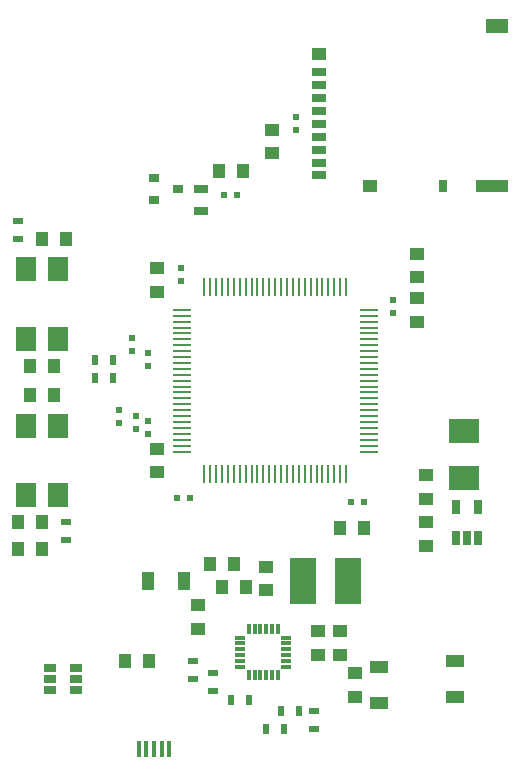
<source format=gbr>
G04 #@! TF.GenerationSoftware,KiCad,Pcbnew,5.0.1*
G04 #@! TF.CreationDate,2019-01-30T17:32:38+03:00*
G04 #@! TF.ProjectId,core,636F72652E6B696361645F7063620000,rev?*
G04 #@! TF.SameCoordinates,Original*
G04 #@! TF.FileFunction,Paste,Top*
G04 #@! TF.FilePolarity,Positive*
%FSLAX46Y46*%
G04 Gerber Fmt 4.6, Leading zero omitted, Abs format (unit mm)*
G04 Created by KiCad (PCBNEW 5.0.1) date Wed 30 Jan 2019 05:32:38 PM MSK*
%MOMM*%
%LPD*%
G01*
G04 APERTURE LIST*
%ADD10R,0.850000X0.300000*%
%ADD11R,0.300000X0.850000*%
%ADD12R,1.500000X0.280000*%
%ADD13R,0.280000X1.500000*%
%ADD14R,1.000000X1.250000*%
%ADD15R,1.250000X1.000000*%
%ADD16R,0.500000X0.600000*%
%ADD17R,0.600000X0.500000*%
%ADD18R,1.000000X1.600000*%
%ADD19R,1.600000X1.000000*%
%ADD20R,0.400000X1.350000*%
%ADD21R,2.500000X2.000000*%
%ADD22R,0.900000X0.500000*%
%ADD23R,0.500000X0.900000*%
%ADD24R,0.650000X1.220000*%
%ADD25R,2.200000X3.900000*%
%ADD26R,1.700000X2.100000*%
%ADD27R,1.200000X0.700000*%
%ADD28R,1.200000X1.000000*%
%ADD29R,0.800000X1.000000*%
%ADD30R,2.800000X1.000000*%
%ADD31R,1.900000X1.300000*%
%ADD32R,1.060000X0.650000*%
%ADD33R,0.900000X0.800000*%
%ADD34R,1.300000X0.700000*%
G04 APERTURE END LIST*
D10*
G04 #@! TO.C,U3*
X168800000Y-107000000D03*
X168800000Y-107500000D03*
X168800000Y-108000000D03*
X168800000Y-108500000D03*
X168800000Y-109000000D03*
X168800000Y-109500000D03*
D11*
X169500000Y-110200000D03*
X170000000Y-110200000D03*
X170500000Y-110200000D03*
X171000000Y-110200000D03*
X171500000Y-110200000D03*
X172000000Y-110200000D03*
D10*
X172700000Y-109500000D03*
X172700000Y-109000000D03*
X172700000Y-108500000D03*
X172700000Y-108000000D03*
X172700000Y-107500000D03*
X172700000Y-107000000D03*
D11*
X172000000Y-106300000D03*
X171500000Y-106300000D03*
X171000000Y-106300000D03*
X170500000Y-106300000D03*
X170000000Y-106300000D03*
X169500000Y-106300000D03*
G04 #@! TD*
D12*
G04 #@! TO.C,U1*
X163850000Y-79250000D03*
X163850000Y-79750000D03*
X163850000Y-80250000D03*
X163850000Y-80750000D03*
X163850000Y-81250000D03*
X163850000Y-81750000D03*
X163850000Y-82250000D03*
X163850000Y-82750000D03*
X163850000Y-83250000D03*
X163850000Y-83750000D03*
X163850000Y-84250000D03*
X163850000Y-84750000D03*
X163850000Y-85250000D03*
X163850000Y-85750000D03*
X163850000Y-86250000D03*
X163850000Y-86750000D03*
X163850000Y-87250000D03*
X163850000Y-87750000D03*
X163850000Y-88250000D03*
X163850000Y-88750000D03*
X163850000Y-89250000D03*
X163850000Y-89750000D03*
X163850000Y-90250000D03*
X163850000Y-90750000D03*
X163850000Y-91250000D03*
D13*
X165750000Y-93150000D03*
X166250000Y-93150000D03*
X166750000Y-93150000D03*
X167250000Y-93150000D03*
X167750000Y-93150000D03*
X168250000Y-93150000D03*
X168750000Y-93150000D03*
X169250000Y-93150000D03*
X169750000Y-93150000D03*
X170250000Y-93150000D03*
X170750000Y-93150000D03*
X171250000Y-93150000D03*
X171750000Y-93150000D03*
X172250000Y-93150000D03*
X172750000Y-93150000D03*
X173250000Y-93150000D03*
X173750000Y-93150000D03*
X174250000Y-93150000D03*
X174750000Y-93150000D03*
X175250000Y-93150000D03*
X175750000Y-93150000D03*
X176250000Y-93150000D03*
X176750000Y-93150000D03*
X177250000Y-93150000D03*
X177750000Y-93150000D03*
D12*
X179650000Y-91250000D03*
X179650000Y-90750000D03*
X179650000Y-90250000D03*
X179650000Y-89750000D03*
X179650000Y-89250000D03*
X179650000Y-88750000D03*
X179650000Y-88250000D03*
X179650000Y-87750000D03*
X179650000Y-87250000D03*
X179650000Y-86750000D03*
X179650000Y-86250000D03*
X179650000Y-85750000D03*
X179650000Y-85250000D03*
X179650000Y-84750000D03*
X179650000Y-84250000D03*
X179650000Y-83750000D03*
X179650000Y-83250000D03*
X179650000Y-82750000D03*
X179650000Y-82250000D03*
X179650000Y-81750000D03*
X179650000Y-81250000D03*
X179650000Y-80750000D03*
X179650000Y-80250000D03*
X179650000Y-79750000D03*
X179650000Y-79250000D03*
D13*
X177750000Y-77350000D03*
X177250000Y-77350000D03*
X176750000Y-77350000D03*
X176250000Y-77350000D03*
X175750000Y-77350000D03*
X175250000Y-77350000D03*
X174750000Y-77350000D03*
X174250000Y-77350000D03*
X173750000Y-77350000D03*
X173250000Y-77350000D03*
X172750000Y-77350000D03*
X172250000Y-77350000D03*
X171750000Y-77350000D03*
X171250000Y-77350000D03*
X170750000Y-77350000D03*
X170250000Y-77350000D03*
X169750000Y-77350000D03*
X169250000Y-77350000D03*
X168750000Y-77350000D03*
X168250000Y-77350000D03*
X167750000Y-77350000D03*
X167250000Y-77350000D03*
X166750000Y-77350000D03*
X166250000Y-77350000D03*
X165750000Y-77350000D03*
G04 #@! TD*
D14*
G04 #@! TO.C,C30*
X150000000Y-97250000D03*
X152000000Y-97250000D03*
G04 #@! TD*
D15*
G04 #@! TO.C,C3*
X184500000Y-99250000D03*
X184500000Y-97250000D03*
G04 #@! TD*
D16*
G04 #@! TO.C,C1*
X181750000Y-78450000D03*
X181750000Y-79550000D03*
G04 #@! TD*
D15*
G04 #@! TO.C,C2*
X161750000Y-91000000D03*
X161750000Y-93000000D03*
G04 #@! TD*
D17*
G04 #@! TO.C,C4*
X163450000Y-95200000D03*
X164550000Y-95200000D03*
G04 #@! TD*
D14*
G04 #@! TO.C,C5*
X152000000Y-99500000D03*
X150000000Y-99500000D03*
G04 #@! TD*
D16*
G04 #@! TO.C,C6*
X161000000Y-84000000D03*
X161000000Y-82900000D03*
G04 #@! TD*
G04 #@! TO.C,C9*
X160000000Y-89350000D03*
X160000000Y-88250000D03*
G04 #@! TD*
G04 #@! TO.C,C10*
X159600000Y-81650000D03*
X159600000Y-82750000D03*
G04 #@! TD*
G04 #@! TO.C,C11*
X161000000Y-88650000D03*
X161000000Y-89750000D03*
G04 #@! TD*
D15*
G04 #@! TO.C,C12*
X165250000Y-106250000D03*
X165250000Y-104250000D03*
G04 #@! TD*
D17*
G04 #@! TO.C,C13*
X178150000Y-95500000D03*
X179250000Y-95500000D03*
G04 #@! TD*
D14*
G04 #@! TO.C,C14*
X166250000Y-100750000D03*
X168250000Y-100750000D03*
G04 #@! TD*
D15*
G04 #@! TO.C,C16*
X184500000Y-95250000D03*
X184500000Y-93250000D03*
G04 #@! TD*
D18*
G04 #@! TO.C,C17*
X161000000Y-102250000D03*
X164000000Y-102250000D03*
G04 #@! TD*
D14*
G04 #@! TO.C,C18*
X159050000Y-108950000D03*
X161050000Y-108950000D03*
G04 #@! TD*
G04 #@! TO.C,C19*
X167250000Y-102750000D03*
X169250000Y-102750000D03*
G04 #@! TD*
D15*
G04 #@! TO.C,C20*
X171000000Y-103000000D03*
X171000000Y-101000000D03*
G04 #@! TD*
D19*
G04 #@! TO.C,C21*
X187000000Y-112000000D03*
X187000000Y-109000000D03*
G04 #@! TD*
D15*
G04 #@! TO.C,C22*
X178500000Y-110000000D03*
X178500000Y-112000000D03*
G04 #@! TD*
D19*
G04 #@! TO.C,C23*
X180500000Y-109500000D03*
X180500000Y-112500000D03*
G04 #@! TD*
D16*
G04 #@! TO.C,C24*
X158500000Y-88850000D03*
X158500000Y-87750000D03*
G04 #@! TD*
D15*
G04 #@! TO.C,C25*
X183750000Y-80250000D03*
X183750000Y-78250000D03*
G04 #@! TD*
D14*
G04 #@! TO.C,C26*
X179250000Y-97750000D03*
X177250000Y-97750000D03*
G04 #@! TD*
D20*
G04 #@! TO.C,J1*
X160200000Y-116400000D03*
X160850000Y-116400000D03*
X161500000Y-116400000D03*
X162150000Y-116400000D03*
X162800000Y-116400000D03*
G04 #@! TD*
D21*
G04 #@! TO.C,L1*
X187750000Y-93500000D03*
X187750000Y-89500000D03*
G04 #@! TD*
D22*
G04 #@! TO.C,R1*
X166500000Y-111500000D03*
X166500000Y-110000000D03*
G04 #@! TD*
G04 #@! TO.C,R2*
X164750000Y-109000000D03*
X164750000Y-110500000D03*
G04 #@! TD*
D23*
G04 #@! TO.C,R3*
X168000000Y-112250000D03*
X169500000Y-112250000D03*
G04 #@! TD*
G04 #@! TO.C,R4*
X172250000Y-113250000D03*
X173750000Y-113250000D03*
G04 #@! TD*
G04 #@! TO.C,R5*
X171000000Y-114750000D03*
X172500000Y-114750000D03*
G04 #@! TD*
D22*
G04 #@! TO.C,R6*
X175000000Y-113250000D03*
X175000000Y-114750000D03*
G04 #@! TD*
D24*
G04 #@! TO.C,U2*
X187050000Y-98560000D03*
X188000000Y-98560000D03*
X188950000Y-98560000D03*
X188950000Y-95940000D03*
X187050000Y-95940000D03*
G04 #@! TD*
D25*
G04 #@! TO.C,L2*
X174100000Y-102250000D03*
X177900000Y-102250000D03*
G04 #@! TD*
D15*
G04 #@! TO.C,C28*
X175410001Y-106474999D03*
X175410001Y-108474999D03*
G04 #@! TD*
G04 #@! TO.C,C29*
X177230001Y-108474999D03*
X177230001Y-106474999D03*
G04 #@! TD*
D14*
G04 #@! TO.C,C31*
X152000000Y-73250000D03*
X154000000Y-73250000D03*
G04 #@! TD*
G04 #@! TO.C,C32*
X151000000Y-84000000D03*
X153000000Y-84000000D03*
G04 #@! TD*
G04 #@! TO.C,C33*
X151000000Y-86500000D03*
X153000000Y-86500000D03*
G04 #@! TD*
D22*
G04 #@! TO.C,R8*
X150000000Y-73250000D03*
X150000000Y-71750000D03*
G04 #@! TD*
G04 #@! TO.C,R9*
X154000000Y-97250000D03*
X154000000Y-98750000D03*
G04 #@! TD*
D23*
G04 #@! TO.C,R10*
X156500000Y-83500000D03*
X158000000Y-83500000D03*
G04 #@! TD*
G04 #@! TO.C,R11*
X156500000Y-85000000D03*
X158000000Y-85000000D03*
G04 #@! TD*
D26*
G04 #@! TO.C,U5*
X153350000Y-75800000D03*
X153350000Y-81700000D03*
X150650000Y-81700000D03*
X150650000Y-75800000D03*
G04 #@! TD*
G04 #@! TO.C,U6*
X153350000Y-94950000D03*
X153350000Y-89050000D03*
X150650000Y-89050000D03*
X150650000Y-94950000D03*
G04 #@! TD*
D15*
G04 #@! TO.C,C34*
X171500000Y-64000000D03*
X171500000Y-66000000D03*
G04 #@! TD*
D16*
G04 #@! TO.C,C35*
X173500000Y-62950000D03*
X173500000Y-64050000D03*
G04 #@! TD*
D27*
G04 #@! TO.C,J7*
X175450000Y-67800000D03*
X175450000Y-66850000D03*
X175450000Y-59150000D03*
X175450000Y-60250000D03*
X175450000Y-61350000D03*
X175450000Y-62450000D03*
X175450000Y-63550000D03*
X175450000Y-64650000D03*
X175450000Y-65750000D03*
D28*
X175450000Y-57600000D03*
X179750000Y-68750000D03*
D29*
X185950000Y-68750000D03*
D30*
X190100000Y-68750000D03*
D31*
X190550000Y-55250000D03*
G04 #@! TD*
D32*
G04 #@! TO.C,U4*
X154850000Y-111450000D03*
X154850000Y-110500000D03*
X154850000Y-109550000D03*
X152650000Y-109550000D03*
X152650000Y-111450000D03*
X152650000Y-110500000D03*
G04 #@! TD*
D15*
G04 #@! TO.C,C7*
X161750000Y-77750000D03*
X161750000Y-75750000D03*
G04 #@! TD*
D16*
G04 #@! TO.C,C8*
X163750000Y-75700000D03*
X163750000Y-76800000D03*
G04 #@! TD*
D17*
G04 #@! TO.C,C15*
X168550000Y-69500000D03*
X167450000Y-69500000D03*
G04 #@! TD*
D14*
G04 #@! TO.C,C27*
X167000000Y-67500000D03*
X169000000Y-67500000D03*
G04 #@! TD*
D33*
G04 #@! TO.C,Q1*
X161500000Y-68050000D03*
X161500000Y-69950000D03*
X163500000Y-69000000D03*
G04 #@! TD*
D34*
G04 #@! TO.C,R7*
X165500000Y-70900000D03*
X165500000Y-69000000D03*
G04 #@! TD*
D15*
G04 #@! TO.C,C36*
X183750000Y-74500000D03*
X183750000Y-76500000D03*
G04 #@! TD*
M02*

</source>
